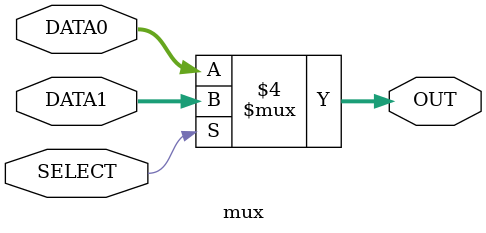
<source format=v>

module mux(DATA0,DATA1,SELECT,OUT);
	
	input [7:0] DATA0,DATA1;
	input SELECT;
	output reg [7:0] OUT;
	
	always @ (DATA0,DATA1,SELECT)
	begin
		if(SELECT==1'b0)begin
			OUT<=DATA0;
		end
		else begin
			OUT<=DATA1;
		end
	end
	
endmodule
</source>
